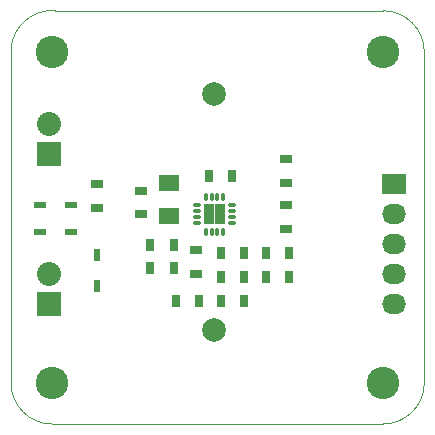
<source format=gts>
G04 #@! TF.FileFunction,Soldermask,Top*
%FSLAX46Y46*%
G04 Gerber Fmt 4.6, Leading zero omitted, Abs format (unit mm)*
G04 Created by KiCad (PCBNEW (2015-07-08 BZR 5908, Git 901e961)-product) date 27.10.2015 8:28:23*
%MOMM*%
G01*
G04 APERTURE LIST*
%ADD10C,0.100000*%
%ADD11C,2.750000*%
%ADD12R,1.000000X0.800000*%
%ADD13R,0.800000X1.000000*%
%ADD14C,2.000000*%
%ADD15R,1.800000X1.400000*%
%ADD16R,2.032000X2.032000*%
%ADD17O,2.032000X2.032000*%
%ADD18O,0.750000X0.300000*%
%ADD19O,0.300000X0.750000*%
%ADD20R,0.900000X0.900000*%
%ADD21R,0.550000X1.000000*%
%ADD22R,2.032000X1.727200*%
%ADD23O,2.032000X1.727200*%
%ADD24R,1.000000X0.550000*%
G04 APERTURE END LIST*
D10*
X45000000Y-48250000D02*
X45000000Y-76500000D01*
X76500000Y-45000000D02*
X48750000Y-45000000D01*
X80000000Y-76500000D02*
X80000000Y-48500000D01*
X48500000Y-80000000D02*
X76500000Y-80000000D01*
X45000000Y-76500000D02*
G75*
G03X48500000Y-80000000I3500000J0D01*
G01*
X76500000Y-80000000D02*
G75*
G03X80000000Y-76500000I0J3500000D01*
G01*
X80000000Y-48500000D02*
G75*
G03X76500000Y-45000000I-3500000J0D01*
G01*
X48750000Y-45000000D02*
G75*
G03X45000000Y-48250000I-250000J-3500000D01*
G01*
D11*
X48500000Y-48500000D03*
D12*
X56000000Y-62250000D03*
X56000000Y-60250000D03*
X60706000Y-67294000D03*
X60706000Y-65294000D03*
D13*
X61750000Y-59000000D03*
X63750000Y-59000000D03*
D12*
X68300000Y-57600000D03*
X68300000Y-59600000D03*
D14*
X62230000Y-52070000D03*
X62230000Y-72070000D03*
D15*
X58420000Y-62360000D03*
X58420000Y-59560000D03*
D16*
X48260000Y-57150000D03*
D17*
X48260000Y-54610000D03*
D16*
X48260000Y-69850000D03*
D17*
X48260000Y-67310000D03*
D13*
X56800000Y-64800000D03*
X58800000Y-64800000D03*
X58800000Y-66800000D03*
X56800000Y-66800000D03*
X62754000Y-65532000D03*
X64754000Y-65532000D03*
X62754000Y-67564000D03*
X64754000Y-67564000D03*
X62754000Y-69596000D03*
X64754000Y-69596000D03*
X66564000Y-65532000D03*
X68564000Y-65532000D03*
D12*
X68326000Y-63484000D03*
X68326000Y-61484000D03*
D13*
X66564000Y-67564000D03*
X68564000Y-67564000D03*
X60944000Y-69596000D03*
X58944000Y-69596000D03*
D18*
X60755000Y-61480000D03*
X60755000Y-61980000D03*
X60755000Y-62480000D03*
X60755000Y-62980000D03*
D19*
X61480000Y-63705000D03*
X61980000Y-63705000D03*
X62480000Y-63705000D03*
X62980000Y-63705000D03*
D18*
X63705000Y-62980000D03*
X63705000Y-62480000D03*
X63705000Y-61980000D03*
X63705000Y-61480000D03*
D19*
X62980000Y-60755000D03*
X62480000Y-60755000D03*
X61980000Y-60755000D03*
X61480000Y-60755000D03*
D20*
X62680000Y-62680000D03*
X62680000Y-61780000D03*
X61780000Y-62680000D03*
X61780000Y-61780000D03*
D21*
X52250000Y-68300000D03*
X52250000Y-65700000D03*
D22*
X77470000Y-59690000D03*
D23*
X77470000Y-62230000D03*
X77470000Y-64770000D03*
X77470000Y-67310000D03*
X77470000Y-69850000D03*
D11*
X76500000Y-48500000D03*
X76500000Y-76500000D03*
X48500000Y-76500000D03*
D12*
X52324000Y-61706000D03*
X52324000Y-59706000D03*
D24*
X47468000Y-63754000D03*
X50068000Y-63754000D03*
X50068000Y-61468000D03*
X47468000Y-61468000D03*
M02*

</source>
